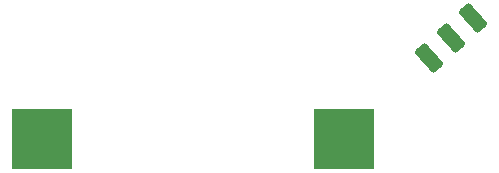
<source format=gbp>
%TF.GenerationSoftware,KiCad,Pcbnew,8.0.5*%
%TF.CreationDate,2024-09-25T11:06:07-04:00*%
%TF.ProjectId,HeartLEDTHT,48656172-744c-4454-9454-48542e6b6963,rev?*%
%TF.SameCoordinates,Original*%
%TF.FileFunction,Paste,Bot*%
%TF.FilePolarity,Positive*%
%FSLAX46Y46*%
G04 Gerber Fmt 4.6, Leading zero omitted, Abs format (unit mm)*
G04 Created by KiCad (PCBNEW 8.0.5) date 2024-09-25 11:06:07*
%MOMM*%
%LPD*%
G01*
G04 APERTURE LIST*
G04 Aperture macros list*
%AMRoundRect*
0 Rectangle with rounded corners*
0 $1 Rounding radius*
0 $2 $3 $4 $5 $6 $7 $8 $9 X,Y pos of 4 corners*
0 Add a 4 corners polygon primitive as box body*
4,1,4,$2,$3,$4,$5,$6,$7,$8,$9,$2,$3,0*
0 Add four circle primitives for the rounded corners*
1,1,$1+$1,$2,$3*
1,1,$1+$1,$4,$5*
1,1,$1+$1,$6,$7*
1,1,$1+$1,$8,$9*
0 Add four rect primitives between the rounded corners*
20,1,$1+$1,$2,$3,$4,$5,0*
20,1,$1+$1,$4,$5,$6,$7,0*
20,1,$1+$1,$6,$7,$8,$9,0*
20,1,$1+$1,$8,$9,$2,$3,0*%
G04 Aperture macros list end*
%ADD10RoundRect,0.250000X-0.390451X0.994069X-0.947810X0.492221X0.390451X-0.994069X0.947810X-0.492221X0*%
%ADD11R,5.100000X5.100000*%
G04 APERTURE END LIST*
D10*
%TO.C,SW1*%
X111713167Y-150317715D03*
X109855306Y-151990541D03*
X107997443Y-153663368D03*
%TD*%
D11*
%TO.C,BT1*%
X100800000Y-160500000D03*
X75200000Y-160500000D03*
%TD*%
M02*

</source>
